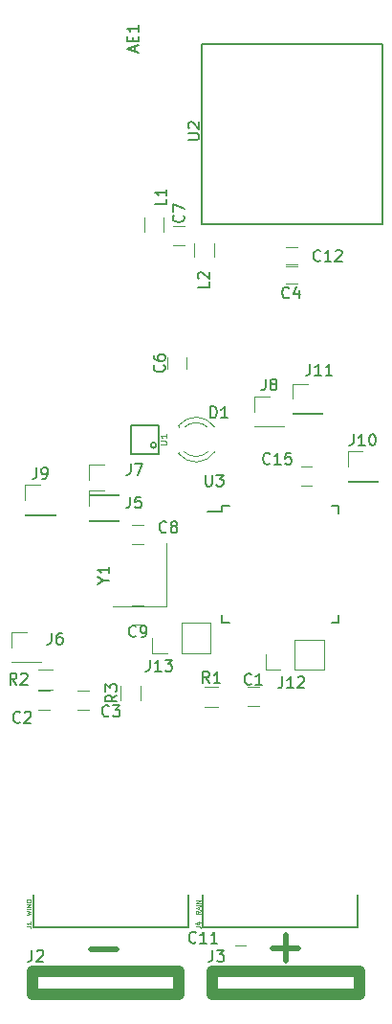
<source format=gbr>
G04 #@! TF.FileFunction,Legend,Top*
%FSLAX46Y46*%
G04 Gerber Fmt 4.6, Leading zero omitted, Abs format (unit mm)*
G04 Created by KiCad (PCBNEW 4.0.7-e2-6376~58~ubuntu16.04.1) date Sat Sep  1 16:07:10 2018*
%MOMM*%
%LPD*%
G01*
G04 APERTURE LIST*
%ADD10C,0.100000*%
%ADD11C,0.500000*%
%ADD12C,0.120000*%
%ADD13C,0.150000*%
%ADD14C,0.203200*%
%ADD15C,1.000000*%
%ADD16C,0.125000*%
%ADD17C,0.025400*%
G04 APERTURE END LIST*
D10*
D11*
X108178743Y-128027086D02*
X110464457Y-128027086D01*
X124333143Y-127925486D02*
X126618857Y-127925486D01*
X125476000Y-129068343D02*
X125476000Y-126782629D01*
D12*
X115500000Y-65850000D02*
X116500000Y-65850000D01*
X116500000Y-64150000D02*
X115500000Y-64150000D01*
X112912000Y-64608000D02*
X112912000Y-63408000D01*
X114672000Y-63408000D02*
X114672000Y-64608000D01*
X119091600Y-65643200D02*
X119091600Y-66843200D01*
X117331600Y-66843200D02*
X117331600Y-65643200D01*
D13*
X134000000Y-64000000D02*
X134000000Y-48000000D01*
X134000000Y-48000000D02*
X118000000Y-48000000D01*
X118000000Y-48000000D02*
X118000000Y-64000000D01*
X118000000Y-64000000D02*
X134000000Y-64000000D01*
D12*
X119472000Y-106594800D02*
X118272000Y-106594800D01*
X118272000Y-104834800D02*
X119472000Y-104834800D01*
X123080400Y-104864800D02*
X122080400Y-104864800D01*
X122080400Y-106564800D02*
X123080400Y-106564800D01*
X103538400Y-106869600D02*
X104538400Y-106869600D01*
X104538400Y-105169600D02*
X103538400Y-105169600D01*
X107043600Y-106869600D02*
X108043600Y-106869600D01*
X108043600Y-105169600D02*
X107043600Y-105169600D01*
X114974000Y-75750800D02*
X114974000Y-76750800D01*
X116674000Y-76750800D02*
X116674000Y-75750800D01*
X111869600Y-92239200D02*
X112869600Y-92239200D01*
X112869600Y-90539200D02*
X111869600Y-90539200D01*
X111869600Y-99351200D02*
X112869600Y-99351200D01*
X112869600Y-97651200D02*
X111869600Y-97651200D01*
X125484000Y-67702800D02*
X126484000Y-67702800D01*
X126484000Y-66002800D02*
X125484000Y-66002800D01*
X127804800Y-85408400D02*
X126804800Y-85408400D01*
X126804800Y-87108400D02*
X127804800Y-87108400D01*
D13*
X119825000Y-88825000D02*
X119825000Y-89400000D01*
X130175000Y-88825000D02*
X130175000Y-89500000D01*
X130175000Y-99175000D02*
X130175000Y-98500000D01*
X119825000Y-99175000D02*
X119825000Y-98500000D01*
X119825000Y-88825000D02*
X120500000Y-88825000D01*
X119825000Y-99175000D02*
X120500000Y-99175000D01*
X130175000Y-99175000D02*
X129500000Y-99175000D01*
X130175000Y-88825000D02*
X129500000Y-88825000D01*
X119825000Y-89400000D02*
X118550000Y-89400000D01*
D12*
X126076400Y-80730400D02*
X128736400Y-80730400D01*
X126076400Y-80670400D02*
X126076400Y-80730400D01*
X128736400Y-80670400D02*
X128736400Y-80730400D01*
X126076400Y-80670400D02*
X128736400Y-80670400D01*
X126076400Y-79400400D02*
X126076400Y-78070400D01*
X126076400Y-78070400D02*
X127406400Y-78070400D01*
X128870000Y-103330000D02*
X128870000Y-100670000D01*
X126270000Y-103330000D02*
X128870000Y-103330000D01*
X126270000Y-100670000D02*
X128870000Y-100670000D01*
X126270000Y-103330000D02*
X126270000Y-100670000D01*
X125000000Y-103330000D02*
X123670000Y-103330000D01*
X123670000Y-103330000D02*
X123670000Y-102000000D01*
X118830400Y-101863200D02*
X118830400Y-99203200D01*
X116230400Y-101863200D02*
X118830400Y-101863200D01*
X116230400Y-99203200D02*
X118830400Y-99203200D01*
X116230400Y-101863200D02*
X116230400Y-99203200D01*
X114960400Y-101863200D02*
X113630400Y-101863200D01*
X113630400Y-101863200D02*
X113630400Y-100533200D01*
X104790800Y-105070800D02*
X103590800Y-105070800D01*
X103590800Y-103310800D02*
X104790800Y-103310800D01*
X112589200Y-104810000D02*
X112589200Y-106010000D01*
X110829200Y-106010000D02*
X110829200Y-104810000D01*
X110172000Y-97745200D02*
X114872000Y-97745200D01*
X114872000Y-97745200D02*
X114872000Y-92145200D01*
X119192335Y-81921392D02*
G75*
G03X115960000Y-81764484I-1672335J-1078608D01*
G01*
X119192335Y-84078608D02*
G75*
G02X115960000Y-84235516I-1672335J1078608D01*
G01*
X118561130Y-81920163D02*
G75*
G03X116479039Y-81920000I-1041130J-1079837D01*
G01*
X118561130Y-84079837D02*
G75*
G02X116479039Y-84080000I-1041130J1079837D01*
G01*
X115960000Y-81764000D02*
X115960000Y-81920000D01*
X115960000Y-84080000D02*
X115960000Y-84236000D01*
D13*
X111750000Y-81750000D02*
X114250000Y-81750000D01*
X111750000Y-84250000D02*
X111750000Y-81750000D01*
X114250000Y-84250000D02*
X111750000Y-84250000D01*
X114250000Y-81750000D02*
X114250000Y-84250000D01*
X114000000Y-83500000D02*
G75*
G03X114000000Y-83500000I-250000J0D01*
G01*
D12*
X101184400Y-102676000D02*
X103844400Y-102676000D01*
X101184400Y-102616000D02*
X101184400Y-102676000D01*
X103844400Y-102616000D02*
X103844400Y-102676000D01*
X101184400Y-102616000D02*
X103844400Y-102616000D01*
X101184400Y-101346000D02*
X101184400Y-100016000D01*
X101184400Y-100016000D02*
X102514400Y-100016000D01*
X108042400Y-87893200D02*
X110702400Y-87893200D01*
X108042400Y-87833200D02*
X108042400Y-87893200D01*
X110702400Y-87833200D02*
X110702400Y-87893200D01*
X108042400Y-87833200D02*
X110702400Y-87833200D01*
X108042400Y-86563200D02*
X108042400Y-85233200D01*
X108042400Y-85233200D02*
X109372400Y-85233200D01*
X122672800Y-81848000D02*
X125332800Y-81848000D01*
X122672800Y-81788000D02*
X122672800Y-81848000D01*
X125332800Y-81788000D02*
X125332800Y-81848000D01*
X122672800Y-81788000D02*
X125332800Y-81788000D01*
X122672800Y-80518000D02*
X122672800Y-79188000D01*
X122672800Y-79188000D02*
X124002800Y-79188000D01*
X102403600Y-89671200D02*
X105063600Y-89671200D01*
X102403600Y-89611200D02*
X102403600Y-89671200D01*
X105063600Y-89611200D02*
X105063600Y-89671200D01*
X102403600Y-89611200D02*
X105063600Y-89611200D01*
X102403600Y-88341200D02*
X102403600Y-87011200D01*
X102403600Y-87011200D02*
X103733600Y-87011200D01*
X130953200Y-86724800D02*
X133613200Y-86724800D01*
X130953200Y-86664800D02*
X130953200Y-86724800D01*
X133613200Y-86664800D02*
X133613200Y-86724800D01*
X130953200Y-86664800D02*
X133613200Y-86664800D01*
X130953200Y-85394800D02*
X130953200Y-84064800D01*
X130953200Y-84064800D02*
X132283200Y-84064800D01*
X120962800Y-127697600D02*
X121962800Y-127697600D01*
X121962800Y-125997600D02*
X120962800Y-125997600D01*
X125484000Y-69226800D02*
X126484000Y-69226800D01*
X126484000Y-67526800D02*
X125484000Y-67526800D01*
X108042400Y-90179200D02*
X110702400Y-90179200D01*
X108042400Y-90119200D02*
X108042400Y-90179200D01*
X110702400Y-90119200D02*
X110702400Y-90179200D01*
X108042400Y-90119200D02*
X110702400Y-90119200D01*
X108042400Y-88849200D02*
X108042400Y-87519200D01*
X108042400Y-87519200D02*
X109372400Y-87519200D01*
D14*
X118142000Y-123207000D02*
X118142000Y-126128000D01*
X118142000Y-126128000D02*
X131858000Y-126128000D01*
X131858000Y-126128000D02*
X131858000Y-123207000D01*
X103142000Y-123207000D02*
X103142000Y-126128000D01*
X103142000Y-126128000D02*
X116858000Y-126128000D01*
X116858000Y-126128000D02*
X116858000Y-123207000D01*
D15*
X103000000Y-131000000D02*
X103000000Y-130500000D01*
X103000000Y-130500000D02*
X103000000Y-130000000D01*
X103000000Y-130000000D02*
X116000000Y-130000000D01*
X116000000Y-130000000D02*
X116000000Y-132000000D01*
X116000000Y-132000000D02*
X103000000Y-132000000D01*
X103000000Y-132000000D02*
X103000000Y-131000000D01*
X119000000Y-131000000D02*
X119000000Y-130500000D01*
X119000000Y-130500000D02*
X119000000Y-130000000D01*
X119000000Y-130000000D02*
X132000000Y-130000000D01*
X132000000Y-130000000D02*
X132000000Y-132000000D01*
X132000000Y-132000000D02*
X119000000Y-132000000D01*
X119000000Y-132000000D02*
X119000000Y-131000000D01*
D13*
X116384343Y-63158666D02*
X116431962Y-63206285D01*
X116479581Y-63349142D01*
X116479581Y-63444380D01*
X116431962Y-63587238D01*
X116336724Y-63682476D01*
X116241486Y-63730095D01*
X116051010Y-63777714D01*
X115908152Y-63777714D01*
X115717676Y-63730095D01*
X115622438Y-63682476D01*
X115527200Y-63587238D01*
X115479581Y-63444380D01*
X115479581Y-63349142D01*
X115527200Y-63206285D01*
X115574819Y-63158666D01*
X115479581Y-62825333D02*
X115479581Y-62158666D01*
X116479581Y-62587238D01*
X114904781Y-61736266D02*
X114904781Y-62212457D01*
X113904781Y-62212457D01*
X114904781Y-60879123D02*
X114904781Y-61450552D01*
X114904781Y-61164838D02*
X113904781Y-61164838D01*
X114047638Y-61260076D01*
X114142876Y-61355314D01*
X114190495Y-61450552D01*
X118663981Y-69051466D02*
X118663981Y-69527657D01*
X117663981Y-69527657D01*
X117759219Y-68765752D02*
X117711600Y-68718133D01*
X117663981Y-68622895D01*
X117663981Y-68384799D01*
X117711600Y-68289561D01*
X117759219Y-68241942D01*
X117854457Y-68194323D01*
X117949695Y-68194323D01*
X118092552Y-68241942D01*
X118663981Y-68813371D01*
X118663981Y-68194323D01*
X116800381Y-56489505D02*
X117609905Y-56489505D01*
X117705143Y-56441886D01*
X117752762Y-56394267D01*
X117800381Y-56299029D01*
X117800381Y-56108552D01*
X117752762Y-56013314D01*
X117705143Y-55965695D01*
X117609905Y-55918076D01*
X116800381Y-55918076D01*
X116895619Y-55489505D02*
X116848000Y-55441886D01*
X116800381Y-55346648D01*
X116800381Y-55108552D01*
X116848000Y-55013314D01*
X116895619Y-54965695D01*
X116990857Y-54918076D01*
X117086095Y-54918076D01*
X117228952Y-54965695D01*
X117800381Y-55537124D01*
X117800381Y-54918076D01*
X118705334Y-104517181D02*
X118372000Y-104040990D01*
X118133905Y-104517181D02*
X118133905Y-103517181D01*
X118514858Y-103517181D01*
X118610096Y-103564800D01*
X118657715Y-103612419D01*
X118705334Y-103707657D01*
X118705334Y-103850514D01*
X118657715Y-103945752D01*
X118610096Y-103993371D01*
X118514858Y-104040990D01*
X118133905Y-104040990D01*
X119657715Y-104517181D02*
X119086286Y-104517181D01*
X119372000Y-104517181D02*
X119372000Y-103517181D01*
X119276762Y-103660038D01*
X119181524Y-103755276D01*
X119086286Y-103802895D01*
X122413734Y-104571943D02*
X122366115Y-104619562D01*
X122223258Y-104667181D01*
X122128020Y-104667181D01*
X121985162Y-104619562D01*
X121889924Y-104524324D01*
X121842305Y-104429086D01*
X121794686Y-104238610D01*
X121794686Y-104095752D01*
X121842305Y-103905276D01*
X121889924Y-103810038D01*
X121985162Y-103714800D01*
X122128020Y-103667181D01*
X122223258Y-103667181D01*
X122366115Y-103714800D01*
X122413734Y-103762419D01*
X123366115Y-104667181D02*
X122794686Y-104667181D01*
X123080400Y-104667181D02*
X123080400Y-103667181D01*
X122985162Y-103810038D01*
X122889924Y-103905276D01*
X122794686Y-103952895D01*
X101941334Y-107951543D02*
X101893715Y-107999162D01*
X101750858Y-108046781D01*
X101655620Y-108046781D01*
X101512762Y-107999162D01*
X101417524Y-107903924D01*
X101369905Y-107808686D01*
X101322286Y-107618210D01*
X101322286Y-107475352D01*
X101369905Y-107284876D01*
X101417524Y-107189638D01*
X101512762Y-107094400D01*
X101655620Y-107046781D01*
X101750858Y-107046781D01*
X101893715Y-107094400D01*
X101941334Y-107142019D01*
X102322286Y-107142019D02*
X102369905Y-107094400D01*
X102465143Y-107046781D01*
X102703239Y-107046781D01*
X102798477Y-107094400D01*
X102846096Y-107142019D01*
X102893715Y-107237257D01*
X102893715Y-107332495D01*
X102846096Y-107475352D01*
X102274667Y-108046781D01*
X102893715Y-108046781D01*
X109815334Y-107392743D02*
X109767715Y-107440362D01*
X109624858Y-107487981D01*
X109529620Y-107487981D01*
X109386762Y-107440362D01*
X109291524Y-107345124D01*
X109243905Y-107249886D01*
X109196286Y-107059410D01*
X109196286Y-106916552D01*
X109243905Y-106726076D01*
X109291524Y-106630838D01*
X109386762Y-106535600D01*
X109529620Y-106487981D01*
X109624858Y-106487981D01*
X109767715Y-106535600D01*
X109815334Y-106583219D01*
X110148667Y-106487981D02*
X110767715Y-106487981D01*
X110434381Y-106868933D01*
X110577239Y-106868933D01*
X110672477Y-106916552D01*
X110720096Y-106964171D01*
X110767715Y-107059410D01*
X110767715Y-107297505D01*
X110720096Y-107392743D01*
X110672477Y-107440362D01*
X110577239Y-107487981D01*
X110291524Y-107487981D01*
X110196286Y-107440362D01*
X110148667Y-107392743D01*
X114681143Y-76417466D02*
X114728762Y-76465085D01*
X114776381Y-76607942D01*
X114776381Y-76703180D01*
X114728762Y-76846038D01*
X114633524Y-76941276D01*
X114538286Y-76988895D01*
X114347810Y-77036514D01*
X114204952Y-77036514D01*
X114014476Y-76988895D01*
X113919238Y-76941276D01*
X113824000Y-76846038D01*
X113776381Y-76703180D01*
X113776381Y-76607942D01*
X113824000Y-76465085D01*
X113871619Y-76417466D01*
X113776381Y-75560323D02*
X113776381Y-75750800D01*
X113824000Y-75846038D01*
X113871619Y-75893657D01*
X114014476Y-75988895D01*
X114204952Y-76036514D01*
X114585905Y-76036514D01*
X114681143Y-75988895D01*
X114728762Y-75941276D01*
X114776381Y-75846038D01*
X114776381Y-75655561D01*
X114728762Y-75560323D01*
X114681143Y-75512704D01*
X114585905Y-75465085D01*
X114347810Y-75465085D01*
X114252571Y-75512704D01*
X114204952Y-75560323D01*
X114157333Y-75655561D01*
X114157333Y-75846038D01*
X114204952Y-75941276D01*
X114252571Y-75988895D01*
X114347810Y-76036514D01*
X114895334Y-91136743D02*
X114847715Y-91184362D01*
X114704858Y-91231981D01*
X114609620Y-91231981D01*
X114466762Y-91184362D01*
X114371524Y-91089124D01*
X114323905Y-90993886D01*
X114276286Y-90803410D01*
X114276286Y-90660552D01*
X114323905Y-90470076D01*
X114371524Y-90374838D01*
X114466762Y-90279600D01*
X114609620Y-90231981D01*
X114704858Y-90231981D01*
X114847715Y-90279600D01*
X114895334Y-90327219D01*
X115466762Y-90660552D02*
X115371524Y-90612933D01*
X115323905Y-90565314D01*
X115276286Y-90470076D01*
X115276286Y-90422457D01*
X115323905Y-90327219D01*
X115371524Y-90279600D01*
X115466762Y-90231981D01*
X115657239Y-90231981D01*
X115752477Y-90279600D01*
X115800096Y-90327219D01*
X115847715Y-90422457D01*
X115847715Y-90470076D01*
X115800096Y-90565314D01*
X115752477Y-90612933D01*
X115657239Y-90660552D01*
X115466762Y-90660552D01*
X115371524Y-90708171D01*
X115323905Y-90755790D01*
X115276286Y-90851029D01*
X115276286Y-91041505D01*
X115323905Y-91136743D01*
X115371524Y-91184362D01*
X115466762Y-91231981D01*
X115657239Y-91231981D01*
X115752477Y-91184362D01*
X115800096Y-91136743D01*
X115847715Y-91041505D01*
X115847715Y-90851029D01*
X115800096Y-90755790D01*
X115752477Y-90708171D01*
X115657239Y-90660552D01*
X112202934Y-100358343D02*
X112155315Y-100405962D01*
X112012458Y-100453581D01*
X111917220Y-100453581D01*
X111774362Y-100405962D01*
X111679124Y-100310724D01*
X111631505Y-100215486D01*
X111583886Y-100025010D01*
X111583886Y-99882152D01*
X111631505Y-99691676D01*
X111679124Y-99596438D01*
X111774362Y-99501200D01*
X111917220Y-99453581D01*
X112012458Y-99453581D01*
X112155315Y-99501200D01*
X112202934Y-99548819D01*
X112679124Y-100453581D02*
X112869600Y-100453581D01*
X112964839Y-100405962D01*
X113012458Y-100358343D01*
X113107696Y-100215486D01*
X113155315Y-100025010D01*
X113155315Y-99644057D01*
X113107696Y-99548819D01*
X113060077Y-99501200D01*
X112964839Y-99453581D01*
X112774362Y-99453581D01*
X112679124Y-99501200D01*
X112631505Y-99548819D01*
X112583886Y-99644057D01*
X112583886Y-99882152D01*
X112631505Y-99977390D01*
X112679124Y-100025010D01*
X112774362Y-100072629D01*
X112964839Y-100072629D01*
X113060077Y-100025010D01*
X113107696Y-99977390D01*
X113155315Y-99882152D01*
X128541543Y-67159143D02*
X128493924Y-67206762D01*
X128351067Y-67254381D01*
X128255829Y-67254381D01*
X128112971Y-67206762D01*
X128017733Y-67111524D01*
X127970114Y-67016286D01*
X127922495Y-66825810D01*
X127922495Y-66682952D01*
X127970114Y-66492476D01*
X128017733Y-66397238D01*
X128112971Y-66302000D01*
X128255829Y-66254381D01*
X128351067Y-66254381D01*
X128493924Y-66302000D01*
X128541543Y-66349619D01*
X129493924Y-67254381D02*
X128922495Y-67254381D01*
X129208209Y-67254381D02*
X129208209Y-66254381D01*
X129112971Y-66397238D01*
X129017733Y-66492476D01*
X128922495Y-66540095D01*
X129874876Y-66349619D02*
X129922495Y-66302000D01*
X130017733Y-66254381D01*
X130255829Y-66254381D01*
X130351067Y-66302000D01*
X130398686Y-66349619D01*
X130446305Y-66444857D01*
X130446305Y-66540095D01*
X130398686Y-66682952D01*
X129827257Y-67254381D01*
X130446305Y-67254381D01*
X124071143Y-85091543D02*
X124023524Y-85139162D01*
X123880667Y-85186781D01*
X123785429Y-85186781D01*
X123642571Y-85139162D01*
X123547333Y-85043924D01*
X123499714Y-84948686D01*
X123452095Y-84758210D01*
X123452095Y-84615352D01*
X123499714Y-84424876D01*
X123547333Y-84329638D01*
X123642571Y-84234400D01*
X123785429Y-84186781D01*
X123880667Y-84186781D01*
X124023524Y-84234400D01*
X124071143Y-84282019D01*
X125023524Y-85186781D02*
X124452095Y-85186781D01*
X124737809Y-85186781D02*
X124737809Y-84186781D01*
X124642571Y-84329638D01*
X124547333Y-84424876D01*
X124452095Y-84472495D01*
X125928286Y-84186781D02*
X125452095Y-84186781D01*
X125404476Y-84662971D01*
X125452095Y-84615352D01*
X125547333Y-84567733D01*
X125785429Y-84567733D01*
X125880667Y-84615352D01*
X125928286Y-84662971D01*
X125975905Y-84758210D01*
X125975905Y-84996305D01*
X125928286Y-85091543D01*
X125880667Y-85139162D01*
X125785429Y-85186781D01*
X125547333Y-85186781D01*
X125452095Y-85139162D01*
X125404476Y-85091543D01*
X118364095Y-86117181D02*
X118364095Y-86926705D01*
X118411714Y-87021943D01*
X118459333Y-87069562D01*
X118554571Y-87117181D01*
X118745048Y-87117181D01*
X118840286Y-87069562D01*
X118887905Y-87021943D01*
X118935524Y-86926705D01*
X118935524Y-86117181D01*
X119316476Y-86117181D02*
X119935524Y-86117181D01*
X119602190Y-86498133D01*
X119745048Y-86498133D01*
X119840286Y-86545752D01*
X119887905Y-86593371D01*
X119935524Y-86688610D01*
X119935524Y-86926705D01*
X119887905Y-87021943D01*
X119840286Y-87069562D01*
X119745048Y-87117181D01*
X119459333Y-87117181D01*
X119364095Y-87069562D01*
X119316476Y-87021943D01*
X127612877Y-76312781D02*
X127612877Y-77027067D01*
X127565257Y-77169924D01*
X127470019Y-77265162D01*
X127327162Y-77312781D01*
X127231924Y-77312781D01*
X128612877Y-77312781D02*
X128041448Y-77312781D01*
X128327162Y-77312781D02*
X128327162Y-76312781D01*
X128231924Y-76455638D01*
X128136686Y-76550876D01*
X128041448Y-76598495D01*
X129565258Y-77312781D02*
X128993829Y-77312781D01*
X129279543Y-77312781D02*
X129279543Y-76312781D01*
X129184305Y-76455638D01*
X129089067Y-76550876D01*
X128993829Y-76598495D01*
X125174477Y-103947981D02*
X125174477Y-104662267D01*
X125126857Y-104805124D01*
X125031619Y-104900362D01*
X124888762Y-104947981D01*
X124793524Y-104947981D01*
X126174477Y-104947981D02*
X125603048Y-104947981D01*
X125888762Y-104947981D02*
X125888762Y-103947981D01*
X125793524Y-104090838D01*
X125698286Y-104186076D01*
X125603048Y-104233695D01*
X126555429Y-104043219D02*
X126603048Y-103995600D01*
X126698286Y-103947981D01*
X126936382Y-103947981D01*
X127031620Y-103995600D01*
X127079239Y-104043219D01*
X127126858Y-104138457D01*
X127126858Y-104233695D01*
X127079239Y-104376552D01*
X126507810Y-104947981D01*
X127126858Y-104947981D01*
X113439677Y-102474781D02*
X113439677Y-103189067D01*
X113392057Y-103331924D01*
X113296819Y-103427162D01*
X113153962Y-103474781D01*
X113058724Y-103474781D01*
X114439677Y-103474781D02*
X113868248Y-103474781D01*
X114153962Y-103474781D02*
X114153962Y-102474781D01*
X114058724Y-102617638D01*
X113963486Y-102712876D01*
X113868248Y-102760495D01*
X114773010Y-102474781D02*
X115392058Y-102474781D01*
X115058724Y-102855733D01*
X115201582Y-102855733D01*
X115296820Y-102903352D01*
X115344439Y-102950971D01*
X115392058Y-103046210D01*
X115392058Y-103284305D01*
X115344439Y-103379543D01*
X115296820Y-103427162D01*
X115201582Y-103474781D01*
X114915867Y-103474781D01*
X114820629Y-103427162D01*
X114773010Y-103379543D01*
X101636534Y-104643181D02*
X101303200Y-104166990D01*
X101065105Y-104643181D02*
X101065105Y-103643181D01*
X101446058Y-103643181D01*
X101541296Y-103690800D01*
X101588915Y-103738419D01*
X101636534Y-103833657D01*
X101636534Y-103976514D01*
X101588915Y-104071752D01*
X101541296Y-104119371D01*
X101446058Y-104166990D01*
X101065105Y-104166990D01*
X102017486Y-103738419D02*
X102065105Y-103690800D01*
X102160343Y-103643181D01*
X102398439Y-103643181D01*
X102493677Y-103690800D01*
X102541296Y-103738419D01*
X102588915Y-103833657D01*
X102588915Y-103928895D01*
X102541296Y-104071752D01*
X101969867Y-104643181D01*
X102588915Y-104643181D01*
X110511581Y-105576666D02*
X110035390Y-105910000D01*
X110511581Y-106148095D02*
X109511581Y-106148095D01*
X109511581Y-105767142D01*
X109559200Y-105671904D01*
X109606819Y-105624285D01*
X109702057Y-105576666D01*
X109844914Y-105576666D01*
X109940152Y-105624285D01*
X109987771Y-105671904D01*
X110035390Y-105767142D01*
X110035390Y-106148095D01*
X109511581Y-105243333D02*
X109511581Y-104624285D01*
X109892533Y-104957619D01*
X109892533Y-104814761D01*
X109940152Y-104719523D01*
X109987771Y-104671904D01*
X110083010Y-104624285D01*
X110321105Y-104624285D01*
X110416343Y-104671904D01*
X110463962Y-104719523D01*
X110511581Y-104814761D01*
X110511581Y-105100476D01*
X110463962Y-105195714D01*
X110416343Y-105243333D01*
X109348190Y-95421391D02*
X109824381Y-95421391D01*
X108824381Y-95754724D02*
X109348190Y-95421391D01*
X108824381Y-95088057D01*
X109824381Y-94230914D02*
X109824381Y-94802343D01*
X109824381Y-94516629D02*
X108824381Y-94516629D01*
X108967238Y-94611867D01*
X109062476Y-94707105D01*
X109110095Y-94802343D01*
X118794305Y-81071981D02*
X118794305Y-80071981D01*
X119032400Y-80071981D01*
X119175258Y-80119600D01*
X119270496Y-80214838D01*
X119318115Y-80310076D01*
X119365734Y-80500552D01*
X119365734Y-80643410D01*
X119318115Y-80833886D01*
X119270496Y-80929124D01*
X119175258Y-81024362D01*
X119032400Y-81071981D01*
X118794305Y-81071981D01*
X120318115Y-81071981D02*
X119746686Y-81071981D01*
X120032400Y-81071981D02*
X120032400Y-80071981D01*
X119937162Y-80214838D01*
X119841924Y-80310076D01*
X119746686Y-80357695D01*
D16*
X114377190Y-83457143D02*
X114781952Y-83457143D01*
X114829571Y-83428571D01*
X114853381Y-83400000D01*
X114877190Y-83342857D01*
X114877190Y-83228571D01*
X114853381Y-83171429D01*
X114829571Y-83142857D01*
X114781952Y-83114286D01*
X114377190Y-83114286D01*
X114877190Y-82514286D02*
X114877190Y-82857143D01*
X114877190Y-82685715D02*
X114377190Y-82685715D01*
X114448619Y-82742858D01*
X114496238Y-82800000D01*
X114520048Y-82857143D01*
D13*
X104721067Y-100087181D02*
X104721067Y-100801467D01*
X104673447Y-100944324D01*
X104578209Y-101039562D01*
X104435352Y-101087181D01*
X104340114Y-101087181D01*
X105625829Y-100087181D02*
X105435352Y-100087181D01*
X105340114Y-100134800D01*
X105292495Y-100182419D01*
X105197257Y-100325276D01*
X105149638Y-100515752D01*
X105149638Y-100896705D01*
X105197257Y-100991943D01*
X105244876Y-101039562D01*
X105340114Y-101087181D01*
X105530591Y-101087181D01*
X105625829Y-101039562D01*
X105673448Y-100991943D01*
X105721067Y-100896705D01*
X105721067Y-100658610D01*
X105673448Y-100563371D01*
X105625829Y-100515752D01*
X105530591Y-100468133D01*
X105340114Y-100468133D01*
X105244876Y-100515752D01*
X105197257Y-100563371D01*
X105149638Y-100658610D01*
X111731467Y-85101181D02*
X111731467Y-85815467D01*
X111683847Y-85958324D01*
X111588609Y-86053562D01*
X111445752Y-86101181D01*
X111350514Y-86101181D01*
X112112419Y-85101181D02*
X112779086Y-85101181D01*
X112350514Y-86101181D01*
X123669467Y-77640381D02*
X123669467Y-78354667D01*
X123621847Y-78497524D01*
X123526609Y-78592762D01*
X123383752Y-78640381D01*
X123288514Y-78640381D01*
X124288514Y-78068952D02*
X124193276Y-78021333D01*
X124145657Y-77973714D01*
X124098038Y-77878476D01*
X124098038Y-77830857D01*
X124145657Y-77735619D01*
X124193276Y-77688000D01*
X124288514Y-77640381D01*
X124478991Y-77640381D01*
X124574229Y-77688000D01*
X124621848Y-77735619D01*
X124669467Y-77830857D01*
X124669467Y-77878476D01*
X124621848Y-77973714D01*
X124574229Y-78021333D01*
X124478991Y-78068952D01*
X124288514Y-78068952D01*
X124193276Y-78116571D01*
X124145657Y-78164190D01*
X124098038Y-78259429D01*
X124098038Y-78449905D01*
X124145657Y-78545143D01*
X124193276Y-78592762D01*
X124288514Y-78640381D01*
X124478991Y-78640381D01*
X124574229Y-78592762D01*
X124621848Y-78545143D01*
X124669467Y-78449905D01*
X124669467Y-78259429D01*
X124621848Y-78164190D01*
X124574229Y-78116571D01*
X124478991Y-78068952D01*
X103400267Y-85463581D02*
X103400267Y-86177867D01*
X103352647Y-86320724D01*
X103257409Y-86415962D01*
X103114552Y-86463581D01*
X103019314Y-86463581D01*
X103924076Y-86463581D02*
X104114552Y-86463581D01*
X104209791Y-86415962D01*
X104257410Y-86368343D01*
X104352648Y-86225486D01*
X104400267Y-86035010D01*
X104400267Y-85654057D01*
X104352648Y-85558819D01*
X104305029Y-85511200D01*
X104209791Y-85463581D01*
X104019314Y-85463581D01*
X103924076Y-85511200D01*
X103876457Y-85558819D01*
X103828838Y-85654057D01*
X103828838Y-85892152D01*
X103876457Y-85987390D01*
X103924076Y-86035010D01*
X104019314Y-86082629D01*
X104209791Y-86082629D01*
X104305029Y-86035010D01*
X104352648Y-85987390D01*
X104400267Y-85892152D01*
X131473677Y-82517181D02*
X131473677Y-83231467D01*
X131426057Y-83374324D01*
X131330819Y-83469562D01*
X131187962Y-83517181D01*
X131092724Y-83517181D01*
X132473677Y-83517181D02*
X131902248Y-83517181D01*
X132187962Y-83517181D02*
X132187962Y-82517181D01*
X132092724Y-82660038D01*
X131997486Y-82755276D01*
X131902248Y-82802895D01*
X133092724Y-82517181D02*
X133187963Y-82517181D01*
X133283201Y-82564800D01*
X133330820Y-82612419D01*
X133378439Y-82707657D01*
X133426058Y-82898133D01*
X133426058Y-83136229D01*
X133378439Y-83326705D01*
X133330820Y-83421943D01*
X133283201Y-83469562D01*
X133187963Y-83517181D01*
X133092724Y-83517181D01*
X132997486Y-83469562D01*
X132949867Y-83421943D01*
X132902248Y-83326705D01*
X132854629Y-83136229D01*
X132854629Y-82898133D01*
X132902248Y-82707657D01*
X132949867Y-82612419D01*
X132997486Y-82564800D01*
X133092724Y-82517181D01*
X117517943Y-127407943D02*
X117470324Y-127455562D01*
X117327467Y-127503181D01*
X117232229Y-127503181D01*
X117089371Y-127455562D01*
X116994133Y-127360324D01*
X116946514Y-127265086D01*
X116898895Y-127074610D01*
X116898895Y-126931752D01*
X116946514Y-126741276D01*
X116994133Y-126646038D01*
X117089371Y-126550800D01*
X117232229Y-126503181D01*
X117327467Y-126503181D01*
X117470324Y-126550800D01*
X117517943Y-126598419D01*
X118470324Y-127503181D02*
X117898895Y-127503181D01*
X118184609Y-127503181D02*
X118184609Y-126503181D01*
X118089371Y-126646038D01*
X117994133Y-126741276D01*
X117898895Y-126788895D01*
X119422705Y-127503181D02*
X118851276Y-127503181D01*
X119136990Y-127503181D02*
X119136990Y-126503181D01*
X119041752Y-126646038D01*
X118946514Y-126741276D01*
X118851276Y-126788895D01*
X125766534Y-70410343D02*
X125718915Y-70457962D01*
X125576058Y-70505581D01*
X125480820Y-70505581D01*
X125337962Y-70457962D01*
X125242724Y-70362724D01*
X125195105Y-70267486D01*
X125147486Y-70077010D01*
X125147486Y-69934152D01*
X125195105Y-69743676D01*
X125242724Y-69648438D01*
X125337962Y-69553200D01*
X125480820Y-69505581D01*
X125576058Y-69505581D01*
X125718915Y-69553200D01*
X125766534Y-69600819D01*
X126623677Y-69838914D02*
X126623677Y-70505581D01*
X126385581Y-69457962D02*
X126147486Y-70172248D01*
X126766534Y-70172248D01*
X111680667Y-88047581D02*
X111680667Y-88761867D01*
X111633047Y-88904724D01*
X111537809Y-88999962D01*
X111394952Y-89047581D01*
X111299714Y-89047581D01*
X112633048Y-88047581D02*
X112156857Y-88047581D01*
X112109238Y-88523771D01*
X112156857Y-88476152D01*
X112252095Y-88428533D01*
X112490191Y-88428533D01*
X112585429Y-88476152D01*
X112633048Y-88523771D01*
X112680667Y-88619010D01*
X112680667Y-88857105D01*
X112633048Y-88952343D01*
X112585429Y-88999962D01*
X112490191Y-89047581D01*
X112252095Y-89047581D01*
X112156857Y-88999962D01*
X112109238Y-88952343D01*
D17*
X117495048Y-126017867D02*
X117785333Y-126017867D01*
X117843390Y-126037219D01*
X117882095Y-126075924D01*
X117901448Y-126133981D01*
X117901448Y-126172686D01*
X117630514Y-125650172D02*
X117901448Y-125650172D01*
X117475695Y-125746934D02*
X117765981Y-125843695D01*
X117765981Y-125592115D01*
X117901448Y-124665619D02*
X117707924Y-124801085D01*
X117901448Y-124897847D02*
X117495048Y-124897847D01*
X117495048Y-124743028D01*
X117514400Y-124704323D01*
X117533752Y-124684971D01*
X117572457Y-124665619D01*
X117630514Y-124665619D01*
X117669219Y-124684971D01*
X117688571Y-124704323D01*
X117707924Y-124743028D01*
X117707924Y-124897847D01*
X117785333Y-124510799D02*
X117785333Y-124317276D01*
X117901448Y-124549504D02*
X117495048Y-124414038D01*
X117901448Y-124278571D01*
X117901448Y-124143104D02*
X117495048Y-124143104D01*
X117901448Y-123949580D02*
X117495048Y-123949580D01*
X117901448Y-123717352D01*
X117495048Y-123717352D01*
X102495048Y-126017867D02*
X102785333Y-126017867D01*
X102843390Y-126037219D01*
X102882095Y-126075924D01*
X102901448Y-126133981D01*
X102901448Y-126172686D01*
X102901448Y-125611467D02*
X102901448Y-125843695D01*
X102901448Y-125727581D02*
X102495048Y-125727581D01*
X102553105Y-125766286D01*
X102591810Y-125804991D01*
X102611162Y-125843695D01*
X102495048Y-124994609D02*
X102901448Y-124897847D01*
X102611162Y-124820437D01*
X102901448Y-124743028D01*
X102495048Y-124646266D01*
X102901448Y-124491447D02*
X102495048Y-124491447D01*
X102901448Y-124297923D02*
X102495048Y-124297923D01*
X102901448Y-124065695D01*
X102495048Y-124065695D01*
X102901448Y-123872171D02*
X102495048Y-123872171D01*
X102495048Y-123775409D01*
X102514400Y-123717352D01*
X102553105Y-123678647D01*
X102591810Y-123659295D01*
X102669219Y-123639943D01*
X102727276Y-123639943D01*
X102804686Y-123659295D01*
X102843390Y-123678647D01*
X102882095Y-123717352D01*
X102901448Y-123775409D01*
X102901448Y-123872171D01*
D13*
X102993867Y-128128781D02*
X102993867Y-128843067D01*
X102946247Y-128985924D01*
X102851009Y-129081162D01*
X102708152Y-129128781D01*
X102612914Y-129128781D01*
X103422438Y-128224019D02*
X103470057Y-128176400D01*
X103565295Y-128128781D01*
X103803391Y-128128781D01*
X103898629Y-128176400D01*
X103946248Y-128224019D01*
X103993867Y-128319257D01*
X103993867Y-128414495D01*
X103946248Y-128557352D01*
X103374819Y-129128781D01*
X103993867Y-129128781D01*
X118993867Y-128128781D02*
X118993867Y-128843067D01*
X118946247Y-128985924D01*
X118851009Y-129081162D01*
X118708152Y-129128781D01*
X118612914Y-129128781D01*
X119374819Y-128128781D02*
X119993867Y-128128781D01*
X119660533Y-128509733D01*
X119803391Y-128509733D01*
X119898629Y-128557352D01*
X119946248Y-128604971D01*
X119993867Y-128700210D01*
X119993867Y-128938305D01*
X119946248Y-129033543D01*
X119898629Y-129081162D01*
X119803391Y-129128781D01*
X119517676Y-129128781D01*
X119422438Y-129081162D01*
X119374819Y-129033543D01*
X112129867Y-48715467D02*
X112129867Y-48239276D01*
X112415581Y-48810705D02*
X111415581Y-48477372D01*
X112415581Y-48144038D01*
X111891771Y-47810705D02*
X111891771Y-47477371D01*
X112415581Y-47334514D02*
X112415581Y-47810705D01*
X111415581Y-47810705D01*
X111415581Y-47334514D01*
X112415581Y-46382133D02*
X112415581Y-46953562D01*
X112415581Y-46667848D02*
X111415581Y-46667848D01*
X111558438Y-46763086D01*
X111653676Y-46858324D01*
X111701295Y-46953562D01*
M02*

</source>
